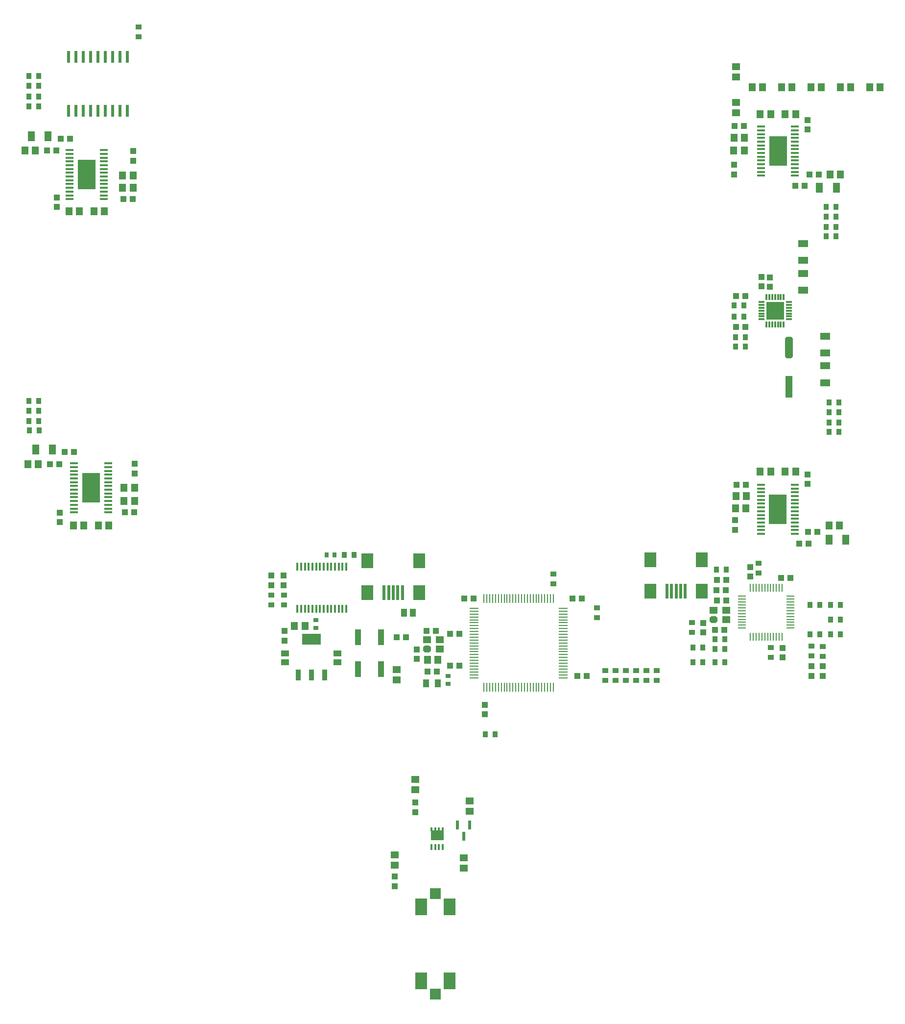
<source format=gbr>
%TF.GenerationSoftware,Altium Limited,Altium NEXUS,2.1.5 (53)*%
G04 Layer_Color=8421504*
%FSLAX44Y44*%
%MOMM*%
%TF.FileFunction,Paste,Top*%
%TF.Part,Single*%
G01*
G75*
%TA.AperFunction,SMDPad,CuDef*%
%ADD11R,1.2000X1.4000*%
%ADD12R,0.3480X1.3970*%
%ADD13R,0.9000X1.0000*%
%ADD14R,1.4000X1.2000*%
%ADD15R,1.0000X2.7500*%
%ADD16R,1.0000X1.0000*%
%ADD17R,1.5600X0.2800*%
%ADD18R,0.2800X1.5600*%
G04:AMPARAMS|DCode=19|XSize=1.4mm|YSize=1.15mm|CornerRadius=0mm|HoleSize=0mm|Usage=FLASHONLY|Rotation=180.000|XOffset=0mm|YOffset=0mm|HoleType=Round|Shape=Octagon|*
%AMOCTAGOND19*
4,1,8,-0.7000,0.2875,-0.7000,-0.2875,-0.4125,-0.5750,0.4125,-0.5750,0.7000,-0.2875,0.7000,0.2875,0.4125,0.5750,-0.4125,0.5750,-0.7000,0.2875,0.0*
%
%ADD19OCTAGOND19*%

%ADD20R,1.4000X1.1500*%
%ADD21R,1.0000X1.0000*%
%ADD22R,0.9000X0.8000*%
%ADD23R,1.0000X1.4000*%
%ADD24R,1.0000X0.9000*%
%ADD25R,2.0000X2.5000*%
%ADD26R,0.5000X2.5000*%
%ADD27R,1.1000X1.4000*%
%ADD28R,0.8000X0.9000*%
%ADD29R,1.0000X1.1000*%
%ADD30R,3.1496X3.1496*%
%ADD31R,1.0668X0.3048*%
%ADD32R,0.3048X1.0668*%
%ADD33R,1.8000X1.3000*%
G04:AMPARAMS|DCode=34|XSize=3.8mm|YSize=1.3mm|CornerRadius=0mm|HoleSize=0mm|Usage=FLASHONLY|Rotation=270.000|XOffset=0mm|YOffset=0mm|HoleType=Round|Shape=Octagon|*
%AMOCTAGOND34*
4,1,8,-0.3250,-1.9000,0.3250,-1.9000,0.6500,-1.5750,0.6500,1.5750,0.3250,1.9000,-0.3250,1.9000,-0.6500,1.5750,-0.6500,-1.5750,-0.3250,-1.9000,0.0*
%
%ADD34OCTAGOND34*%

%ADD35R,1.3000X3.8000*%
%ADD36R,0.6000X2.0600*%
%ADD37R,0.0770X0.2500*%
%ADD38R,2.2350X1.7250*%
%ADD39R,0.4050X0.5100*%
%ADD40R,0.4050X0.9900*%
%ADD41R,2.0000X2.9000*%
%ADD42R,1.9000X1.9000*%
%ADD43R,0.6100X1.6100*%
%ADD44R,0.9000X1.8600*%
%ADD45R,3.1900X1.8600*%
%ADD46R,1.4000X1.1000*%
%ADD47R,3.1000X5.1800*%
%ADD48R,1.4750X0.4500*%
%ADD49R,1.3000X1.8000*%
%ADD50R,1.4620X0.2394*%
%ADD51R,0.2394X1.4620*%
D11*
X1550560Y1691640D02*
D03*
X1568560D02*
D03*
X804020Y702310D02*
D03*
X786020D02*
D03*
X556150Y760730D02*
D03*
X574150D02*
D03*
X1517870Y1691640D02*
D03*
X1499870D02*
D03*
X1466960Y1691640D02*
D03*
X1448960D02*
D03*
X1416160D02*
D03*
X1398160D02*
D03*
X1365360D02*
D03*
X1347360D02*
D03*
X113250Y1040130D02*
D03*
X95250D02*
D03*
X90170Y1582420D02*
D03*
X108170D02*
D03*
X261510Y976630D02*
D03*
X279510D02*
D03*
X258970Y1517650D02*
D03*
X276970D02*
D03*
X217060Y934720D02*
D03*
X235060D02*
D03*
X209440Y1477010D02*
D03*
X227440D02*
D03*
X279400Y999490D02*
D03*
X261400D02*
D03*
X276970Y1539240D02*
D03*
X258970D02*
D03*
X173880Y934720D02*
D03*
X191880D02*
D03*
X166260Y1477010D02*
D03*
X184260D02*
D03*
X1498202Y934212D02*
D03*
X1480202D02*
D03*
X1481980Y1540510D02*
D03*
X1499980D02*
D03*
X1337420Y985520D02*
D03*
X1319420D02*
D03*
X1334118Y1604264D02*
D03*
X1316118D02*
D03*
X1379330Y1027430D02*
D03*
X1361330D02*
D03*
X1379330Y1644650D02*
D03*
X1361330D02*
D03*
X1318658Y963930D02*
D03*
X1336658D02*
D03*
X1315610Y1582420D02*
D03*
X1333610D02*
D03*
X1422510Y1027430D02*
D03*
X1404510D02*
D03*
X1422400Y1644650D02*
D03*
X1404400D02*
D03*
D12*
X561000Y863330D02*
D03*
X567500D02*
D03*
X574000D02*
D03*
X580500D02*
D03*
X587000D02*
D03*
X593500D02*
D03*
X600000D02*
D03*
X606500D02*
D03*
X613000D02*
D03*
X619500D02*
D03*
X626000D02*
D03*
X632500D02*
D03*
X639000D02*
D03*
X645500D02*
D03*
X561000Y790210D02*
D03*
X567500D02*
D03*
X574000D02*
D03*
X580500D02*
D03*
X587000D02*
D03*
X600000D02*
D03*
X593500D02*
D03*
X606500D02*
D03*
X613000D02*
D03*
X619500D02*
D03*
X626000D02*
D03*
X632500D02*
D03*
X639000D02*
D03*
X645500D02*
D03*
D13*
X1333364Y1295400D02*
D03*
X1316364D02*
D03*
X1332920Y1314450D02*
D03*
X1315920D02*
D03*
X641740Y883920D02*
D03*
X658740D02*
D03*
X885546Y573922D02*
D03*
X902546D02*
D03*
X1491860Y1450340D02*
D03*
X1474860D02*
D03*
X1491860Y1484630D02*
D03*
X1474860D02*
D03*
X1474860Y1433830D02*
D03*
X1491860D02*
D03*
X1474860Y1468120D02*
D03*
X1491860D02*
D03*
X1496940Y1112520D02*
D03*
X1479940D02*
D03*
X1496940Y1146810D02*
D03*
X1479940D02*
D03*
X1480330Y1096010D02*
D03*
X1497330D02*
D03*
X1479940Y1130300D02*
D03*
X1496940D02*
D03*
X96910Y1710690D02*
D03*
X113910D02*
D03*
X96910Y1675130D02*
D03*
X113910D02*
D03*
X113910Y1694180D02*
D03*
X96910D02*
D03*
X113910Y1658620D02*
D03*
X96910D02*
D03*
X96910Y1149350D02*
D03*
X113910D02*
D03*
X96910Y1115060D02*
D03*
X113910D02*
D03*
X113910Y1132840D02*
D03*
X96910D02*
D03*
X114300Y1098550D02*
D03*
X97300D02*
D03*
X1335650Y1259840D02*
D03*
X1318650D02*
D03*
X1318650Y1243330D02*
D03*
X1335650D02*
D03*
X1482480Y746760D02*
D03*
X1499480D02*
D03*
X1283090Y698500D02*
D03*
X1300090D02*
D03*
X1244990D02*
D03*
X1261990D02*
D03*
X1482870Y772160D02*
D03*
X1499870D02*
D03*
X1464310Y746760D02*
D03*
X1447310D02*
D03*
X1244990Y723900D02*
D03*
X1261990D02*
D03*
X1499480Y797560D02*
D03*
X1482480D02*
D03*
X1463920D02*
D03*
X1446920D02*
D03*
X1300090Y737870D02*
D03*
X1283090D02*
D03*
X1283090Y721360D02*
D03*
X1300090D02*
D03*
X1302630Y858520D02*
D03*
X1285630D02*
D03*
D14*
X732790Y667910D02*
D03*
Y685910D02*
D03*
X848360Y360790D02*
D03*
Y342790D02*
D03*
X728980Y347870D02*
D03*
Y365870D02*
D03*
X764540Y478172D02*
D03*
Y496172D02*
D03*
X858520Y441088D02*
D03*
Y459088D02*
D03*
X1319530Y1647080D02*
D03*
Y1665080D02*
D03*
Y1709310D02*
D03*
Y1727310D02*
D03*
D15*
X705800Y741240D02*
D03*
Y686240D02*
D03*
X665800D02*
D03*
Y741240D02*
D03*
D16*
X732410Y741680D02*
D03*
X748410D02*
D03*
X841120Y692150D02*
D03*
X825120D02*
D03*
X800734Y752856D02*
D03*
X784734D02*
D03*
X801750Y681990D02*
D03*
X785750D02*
D03*
X1036448Y808482D02*
D03*
X1052448D02*
D03*
X1045210Y674370D02*
D03*
X1061210D02*
D03*
X865250Y808482D02*
D03*
X849250D02*
D03*
X841374Y747268D02*
D03*
X825374D02*
D03*
X1335150Y1277620D02*
D03*
X1319150D02*
D03*
X1319150Y1330960D02*
D03*
X1335150D02*
D03*
X158370Y1061720D02*
D03*
X174370D02*
D03*
X152020Y1602740D02*
D03*
X168020D02*
D03*
X132970Y1040130D02*
D03*
X148970D02*
D03*
X143890Y1582420D02*
D03*
X127890D02*
D03*
X262510Y957580D02*
D03*
X278510D02*
D03*
X259970Y1498600D02*
D03*
X275970D02*
D03*
X1444750Y902970D02*
D03*
X1428750D02*
D03*
X1438020Y1521460D02*
D03*
X1422020D02*
D03*
X1459610Y923290D02*
D03*
X1443610D02*
D03*
X1462150Y1540510D02*
D03*
X1446150D02*
D03*
X1336420Y1004570D02*
D03*
X1320420D02*
D03*
X1332610Y1624330D02*
D03*
X1316610D02*
D03*
X1302130Y805180D02*
D03*
X1286130D02*
D03*
X1301750Y822960D02*
D03*
X1285750D02*
D03*
X1413382Y844042D02*
D03*
X1397382D02*
D03*
X1299210Y754380D02*
D03*
X1283210D02*
D03*
X1302130Y840740D02*
D03*
X1286130D02*
D03*
D17*
X866810Y791520D02*
D03*
Y786520D02*
D03*
Y781520D02*
D03*
Y776520D02*
D03*
Y771520D02*
D03*
Y766520D02*
D03*
Y761520D02*
D03*
Y756520D02*
D03*
Y751520D02*
D03*
Y746520D02*
D03*
Y741520D02*
D03*
Y736520D02*
D03*
Y731520D02*
D03*
Y726520D02*
D03*
Y721520D02*
D03*
Y716520D02*
D03*
Y711520D02*
D03*
Y706520D02*
D03*
Y701520D02*
D03*
Y696520D02*
D03*
Y691520D02*
D03*
Y686520D02*
D03*
Y681520D02*
D03*
Y676520D02*
D03*
Y671520D02*
D03*
X1020410D02*
D03*
Y676520D02*
D03*
Y681520D02*
D03*
Y686520D02*
D03*
Y691520D02*
D03*
Y696520D02*
D03*
Y701520D02*
D03*
Y706520D02*
D03*
Y711520D02*
D03*
Y716520D02*
D03*
Y721520D02*
D03*
Y726520D02*
D03*
Y731520D02*
D03*
Y736520D02*
D03*
Y741520D02*
D03*
Y746520D02*
D03*
Y751520D02*
D03*
Y756520D02*
D03*
Y761520D02*
D03*
Y766520D02*
D03*
Y771520D02*
D03*
Y776520D02*
D03*
Y781520D02*
D03*
Y786520D02*
D03*
Y791520D02*
D03*
D18*
X883610Y654720D02*
D03*
X888610D02*
D03*
X893610D02*
D03*
X898610D02*
D03*
X903610D02*
D03*
X908610D02*
D03*
X913610D02*
D03*
X918610D02*
D03*
X923610D02*
D03*
X928610D02*
D03*
X933610D02*
D03*
X938610D02*
D03*
X943610D02*
D03*
X948610D02*
D03*
X953610D02*
D03*
X958610D02*
D03*
X963610D02*
D03*
X968610D02*
D03*
X973610D02*
D03*
X978610D02*
D03*
X983610D02*
D03*
X988610D02*
D03*
X993610D02*
D03*
X998610D02*
D03*
X1003610D02*
D03*
Y808320D02*
D03*
X998610D02*
D03*
X993610D02*
D03*
X988610D02*
D03*
X983610D02*
D03*
X978610D02*
D03*
X973610D02*
D03*
X968610D02*
D03*
X963610D02*
D03*
X958610D02*
D03*
X953610D02*
D03*
X948610D02*
D03*
X943610D02*
D03*
X938610D02*
D03*
X933610D02*
D03*
X928610D02*
D03*
X923610D02*
D03*
X918610D02*
D03*
X913610D02*
D03*
X908610D02*
D03*
X903610D02*
D03*
X898610D02*
D03*
X893610D02*
D03*
X888610D02*
D03*
X883610D02*
D03*
D19*
X785290Y720980D02*
D03*
X1280590Y771780D02*
D03*
D20*
X807290Y736980D02*
D03*
X785290D02*
D03*
X807290Y720980D02*
D03*
X1302590Y787780D02*
D03*
X1280590D02*
D03*
X1302590Y771780D02*
D03*
D21*
X767080Y720470D02*
D03*
Y704470D02*
D03*
X885444Y624458D02*
D03*
Y608458D02*
D03*
X1378204Y1347090D02*
D03*
Y1363090D02*
D03*
X1363218Y1347852D02*
D03*
Y1363852D02*
D03*
X149860Y940690D02*
D03*
Y956690D02*
D03*
X144780Y1484630D02*
D03*
Y1500630D02*
D03*
X1442720Y1022730D02*
D03*
Y1006730D02*
D03*
Y1634870D02*
D03*
Y1618870D02*
D03*
X1262380Y766190D02*
D03*
Y750190D02*
D03*
X1343660Y846710D02*
D03*
Y862710D02*
D03*
X1399540Y723010D02*
D03*
Y707010D02*
D03*
D22*
X821690Y675020D02*
D03*
Y661020D02*
D03*
X593090Y757540D02*
D03*
Y771540D02*
D03*
D23*
X803750Y661670D02*
D03*
X783750D02*
D03*
D24*
X1093470Y667140D02*
D03*
Y684140D02*
D03*
X1111250Y667140D02*
D03*
Y684140D02*
D03*
X1079246Y775344D02*
D03*
Y792344D02*
D03*
X1129030Y667140D02*
D03*
Y684140D02*
D03*
X1146810Y667140D02*
D03*
Y684140D02*
D03*
X1182370Y684140D02*
D03*
Y667140D02*
D03*
X1164590Y684140D02*
D03*
Y667140D02*
D03*
X1003554Y850764D02*
D03*
Y833764D02*
D03*
X537718Y814442D02*
D03*
Y797442D02*
D03*
X515874Y814188D02*
D03*
Y797188D02*
D03*
X286512Y1778390D02*
D03*
Y1795390D02*
D03*
X1243330Y749690D02*
D03*
Y766690D02*
D03*
X1379220Y706510D02*
D03*
Y723510D02*
D03*
X1358646Y869306D02*
D03*
Y852306D02*
D03*
X1449832Y709050D02*
D03*
Y726050D02*
D03*
X1468882Y708796D02*
D03*
Y725796D02*
D03*
D25*
X682192Y873234D02*
D03*
X771392D02*
D03*
X682192Y818434D02*
D03*
X771392D02*
D03*
X1171200Y875520D02*
D03*
X1260400D02*
D03*
X1171200Y820720D02*
D03*
X1260400D02*
D03*
D26*
X710792Y818434D02*
D03*
X718792D02*
D03*
X726792D02*
D03*
X734792D02*
D03*
X742792D02*
D03*
X1199800Y820720D02*
D03*
X1207800D02*
D03*
X1215800D02*
D03*
X1223800D02*
D03*
X1231800D02*
D03*
D27*
X760610Y783590D02*
D03*
X745610D02*
D03*
D28*
X611490Y883920D02*
D03*
X625490D02*
D03*
D29*
X537464Y848106D02*
D03*
Y831106D02*
D03*
X516128Y848106D02*
D03*
Y831106D02*
D03*
X728980Y311540D02*
D03*
Y328540D02*
D03*
X764540Y439302D02*
D03*
Y456302D02*
D03*
X538480Y735720D02*
D03*
Y752720D02*
D03*
X279400Y1041010D02*
D03*
Y1024010D02*
D03*
X276860Y1581150D02*
D03*
Y1564150D02*
D03*
X1318006Y926728D02*
D03*
Y943728D02*
D03*
X1315720Y1540900D02*
D03*
Y1557900D02*
D03*
X1449578Y691506D02*
D03*
Y674506D02*
D03*
X1469136D02*
D03*
Y691506D02*
D03*
D30*
X1386840Y1305560D02*
D03*
D31*
X1410462Y1320546D02*
D03*
Y1315466D02*
D03*
Y1310640D02*
D03*
Y1305560D02*
D03*
Y1300480D02*
D03*
Y1295654D02*
D03*
Y1290574D02*
D03*
X1363218D02*
D03*
Y1295654D02*
D03*
Y1300480D02*
D03*
Y1305560D02*
D03*
Y1310640D02*
D03*
Y1315466D02*
D03*
Y1320546D02*
D03*
D32*
X1401826Y1281938D02*
D03*
X1396746D02*
D03*
X1391920D02*
D03*
X1386840D02*
D03*
X1381760D02*
D03*
X1376934D02*
D03*
X1371854D02*
D03*
Y1329182D02*
D03*
X1376934D02*
D03*
X1381760D02*
D03*
X1386840D02*
D03*
X1391920D02*
D03*
X1396746D02*
D03*
X1401826D02*
D03*
D33*
X1473200Y1261640D02*
D03*
Y1232640D02*
D03*
X1473200Y1210310D02*
D03*
Y1181310D02*
D03*
X1435100Y1340590D02*
D03*
Y1369590D02*
D03*
Y1392660D02*
D03*
Y1421660D02*
D03*
D34*
X1410970Y1242060D02*
D03*
D35*
Y1174060D02*
D03*
D36*
X165100Y1743710D02*
D03*
X177800D02*
D03*
X190500D02*
D03*
X203200D02*
D03*
X215900D02*
D03*
X228600D02*
D03*
X241300D02*
D03*
X254000D02*
D03*
X266700D02*
D03*
Y1650910D02*
D03*
X254000D02*
D03*
X241300D02*
D03*
X228600D02*
D03*
X215900D02*
D03*
X203200D02*
D03*
X190500D02*
D03*
X177800D02*
D03*
X165100D02*
D03*
D37*
X791080Y406720D02*
D03*
X814200D02*
D03*
D38*
X802620Y399350D02*
D03*
D39*
X792720Y410520D02*
D03*
X799320D02*
D03*
X805920D02*
D03*
X812520D02*
D03*
D40*
Y379420D02*
D03*
X805920D02*
D03*
X799320D02*
D03*
X792720D02*
D03*
D41*
X824230Y275590D02*
D03*
X775230D02*
D03*
X824230Y147990D02*
D03*
X775230D02*
D03*
D42*
X799730Y298490D02*
D03*
Y125090D02*
D03*
D43*
X858610Y417620D02*
D03*
X838110D02*
D03*
X848360Y397720D02*
D03*
D44*
X562470Y676640D02*
D03*
X585470D02*
D03*
X608470D02*
D03*
D45*
X585470Y738140D02*
D03*
D46*
X539750Y698620D02*
D03*
Y713620D02*
D03*
X629920Y713620D02*
D03*
Y698620D02*
D03*
D47*
X204470Y999490D02*
D03*
X196850Y1540510D02*
D03*
X1391750Y962470D02*
D03*
X1391920Y1581150D02*
D03*
D48*
X233850Y1041740D02*
D03*
Y1035240D02*
D03*
Y1028740D02*
D03*
Y1022240D02*
D03*
Y1015740D02*
D03*
Y1009240D02*
D03*
Y1002740D02*
D03*
Y996240D02*
D03*
Y989740D02*
D03*
Y983240D02*
D03*
Y976740D02*
D03*
Y970240D02*
D03*
Y963740D02*
D03*
Y957240D02*
D03*
X175090D02*
D03*
Y963740D02*
D03*
Y970240D02*
D03*
Y976740D02*
D03*
Y983240D02*
D03*
Y989740D02*
D03*
Y996240D02*
D03*
Y1002740D02*
D03*
Y1009240D02*
D03*
Y1015740D02*
D03*
Y1022240D02*
D03*
Y1028740D02*
D03*
Y1035240D02*
D03*
Y1041740D02*
D03*
X226230Y1582760D02*
D03*
Y1576260D02*
D03*
Y1569760D02*
D03*
Y1563260D02*
D03*
Y1556760D02*
D03*
Y1550260D02*
D03*
Y1543760D02*
D03*
Y1537260D02*
D03*
Y1530760D02*
D03*
Y1524260D02*
D03*
Y1517760D02*
D03*
Y1511260D02*
D03*
Y1504760D02*
D03*
Y1498260D02*
D03*
X167470D02*
D03*
Y1504760D02*
D03*
Y1511260D02*
D03*
Y1517760D02*
D03*
Y1524260D02*
D03*
Y1530760D02*
D03*
Y1537260D02*
D03*
Y1543760D02*
D03*
Y1550260D02*
D03*
Y1556760D02*
D03*
Y1563260D02*
D03*
Y1569760D02*
D03*
Y1576260D02*
D03*
Y1582760D02*
D03*
X1362370Y920220D02*
D03*
Y926720D02*
D03*
Y933220D02*
D03*
Y939720D02*
D03*
Y946220D02*
D03*
Y952720D02*
D03*
Y959220D02*
D03*
Y965720D02*
D03*
Y972220D02*
D03*
Y978720D02*
D03*
Y985220D02*
D03*
Y991720D02*
D03*
Y998220D02*
D03*
Y1004720D02*
D03*
X1421130D02*
D03*
Y998220D02*
D03*
Y991720D02*
D03*
Y985220D02*
D03*
Y978720D02*
D03*
Y972220D02*
D03*
Y965720D02*
D03*
Y959220D02*
D03*
Y952720D02*
D03*
Y946220D02*
D03*
Y939720D02*
D03*
Y933220D02*
D03*
Y926720D02*
D03*
Y920220D02*
D03*
X1362540Y1538900D02*
D03*
Y1545400D02*
D03*
Y1551900D02*
D03*
Y1558400D02*
D03*
Y1564900D02*
D03*
Y1571400D02*
D03*
Y1577900D02*
D03*
Y1584400D02*
D03*
Y1590900D02*
D03*
Y1597400D02*
D03*
Y1603900D02*
D03*
Y1610400D02*
D03*
Y1616900D02*
D03*
Y1623400D02*
D03*
X1421300D02*
D03*
Y1616900D02*
D03*
Y1610400D02*
D03*
Y1603900D02*
D03*
Y1597400D02*
D03*
Y1590900D02*
D03*
Y1584400D02*
D03*
Y1577900D02*
D03*
Y1571400D02*
D03*
Y1564900D02*
D03*
Y1558400D02*
D03*
Y1551900D02*
D03*
Y1545400D02*
D03*
Y1538900D02*
D03*
D49*
X108690Y1065530D02*
D03*
X137690D02*
D03*
X101070Y1606550D02*
D03*
X130070D02*
D03*
X1480290Y910082D02*
D03*
X1509290D02*
D03*
X1492780Y1517650D02*
D03*
X1463780D02*
D03*
D50*
X1329436Y812360D02*
D03*
Y807360D02*
D03*
Y802360D02*
D03*
Y797360D02*
D03*
Y792360D02*
D03*
Y787360D02*
D03*
Y782360D02*
D03*
Y777360D02*
D03*
Y772360D02*
D03*
Y767360D02*
D03*
Y762360D02*
D03*
Y757360D02*
D03*
X1413764D02*
D03*
Y762360D02*
D03*
Y767360D02*
D03*
Y772360D02*
D03*
Y777360D02*
D03*
Y782360D02*
D03*
Y787360D02*
D03*
Y792360D02*
D03*
Y797360D02*
D03*
Y802360D02*
D03*
Y807360D02*
D03*
Y812360D02*
D03*
D51*
X1344100Y742696D02*
D03*
X1349100D02*
D03*
X1354100D02*
D03*
X1359100D02*
D03*
X1364100D02*
D03*
X1369100D02*
D03*
X1374100D02*
D03*
X1379100D02*
D03*
X1384100D02*
D03*
X1389100D02*
D03*
X1394100D02*
D03*
X1399100D02*
D03*
Y827024D02*
D03*
X1394100D02*
D03*
X1389100D02*
D03*
X1384100D02*
D03*
X1379100D02*
D03*
X1374100D02*
D03*
X1369100D02*
D03*
X1364100D02*
D03*
X1359100D02*
D03*
X1354100D02*
D03*
X1349100D02*
D03*
X1344100D02*
D03*
%TF.MD5,d2308c0ad78033987680e0332d7d20ce*%
M02*

</source>
